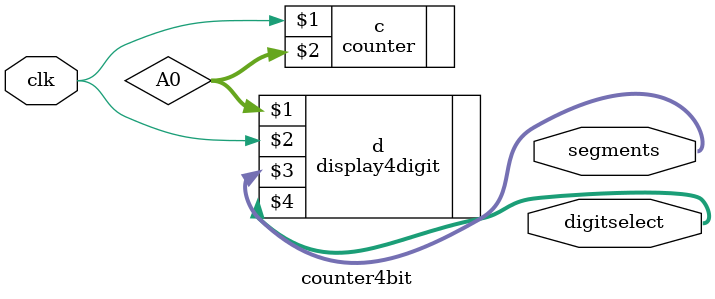
<source format=sv>
`timescale 1ns / 1ps
`default_nettype none



module counter4bit(
    input wire clk,
    output logic [7:0] digitselect,
    output logic [7:0] segments
    );
    wire [15:0]A0;
    counter c(clk, A0);
    display4digit d(A0, clk, segments, digitselect);
    
endmodule

</source>
